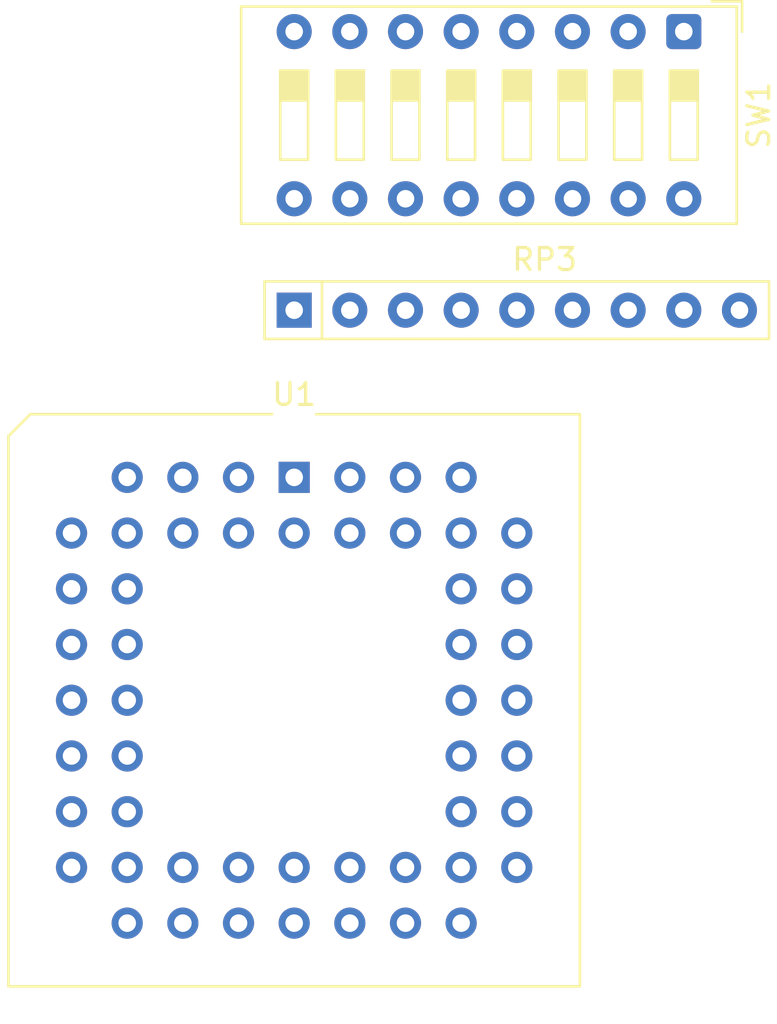
<source format=kicad_pcb>
(kicad_pcb (version 20241229) (generator "pcbnew") (generator_version "9.0")
  (layers (0 "F.Cu" signal) (2 "B.Cu" signal) (13 "F.Paste" user) (15 "B.Paste" user) (5 "F.SilkS" user "F.Silkscreen") (7 "B.SilkS" user "B.Silkscreen") (1 "F.Mask" user) (3 "B.Mask" user) (25 "Edge.Cuts" user))
  (net 0 "")
  (net 26 "/A10")
  (net 27 "/A8")
  (net 28 "/AD3")
  (net 29 "/A13")
  (net 30 "/A11")
  (net 31 "/AD6")
  (net 32 "/A9")
  (net 33 "/AD2")
  (net 34 "/AD1")
  (net 35 "/AD0")
  (net 36 "/E")
  (net 37 "/RW")
  (net 38 "/AD7")
  (net 39 "/A15")
  (net 40 "/AS")
  (net 41 "/A14")
  (net 42 "/AD5")
  (net 43 "/A12")
  (net 44 "/AD4")
  (net 45 "/PE7")
  (net 46 "/PE6")
  (net 47 "/PE5")
  (net 48 "/PE4")
  (net 49 "/PE3")
  (net 50 "/PE0")
  (net 51 "/PE2")
  (net 52 "/PE1")
  (footprint "Resistor_THT:R_Array_SIP9" (layer "F.Cu") (at 135.89 81.28)
    (property "Reference" "RP3" (at 11.43 -2.31 0) (layer "F.SilkS"))
    (property "Value" "R_Network08")
    (fp_line (start -1.35 -1.31) (end -1.35 1.31) (stroke (width 0.12)) (layer "F.SilkS"))
    (fp_line (start -1.35 1.31) (end 21.67 1.31) (stroke (width 0.12)) (layer "F.SilkS"))
    (fp_line (start 1.27 -1.31) (end 1.27 1.31) (stroke (width 0.12)) (layer "F.SilkS"))
    (fp_line (start 21.67 -1.31) (end -1.35 -1.31) (stroke (width 0.12)) (layer "F.SilkS"))
    (fp_line (start 21.67 1.31) (end 21.67 -1.31) (stroke (width 0.12)) (layer "F.SilkS"))
    (pad "1" thru_hole rect (at 0 0) (size 1.6 1.6) (drill 0.8) (layers "*.Cu" "*.Mask"))
    (pad "2" thru_hole circle (at 2.54 0) (size 1.6 1.6) (drill 0.8) (layers "*.Cu" "*.Mask"))
    (pad "3" thru_hole circle (at 5.08 0) (size 1.6 1.6) (drill 0.8) (layers "*.Cu" "*.Mask"))
    (pad "4" thru_hole circle (at 7.62 0) (size 1.6 1.6) (drill 0.8) (layers "*.Cu" "*.Mask"))
    (pad "5" thru_hole circle (at 10.16 0) (size 1.6 1.6) (drill 0.8) (layers "*.Cu" "*.Mask"))
    (pad "6" thru_hole circle (at 12.7 0) (size 1.6 1.6) (drill 0.8) (layers "*.Cu" "*.Mask"))
    (pad "7" thru_hole circle (at 15.24 0) (size 1.6 1.6) (drill 0.8) (layers "*.Cu" "*.Mask"))
    (pad "8" thru_hole circle (at 17.78 0) (size 1.6 1.6) (drill 0.8) (layers "*.Cu" "*.Mask"))
    (pad "9" thru_hole circle (at 20.32 0) (size 1.6 1.6) (drill 0.8) (layers "*.Cu" "*.Mask"))
  )
  (footprint "Button_Switch_THT:SW_DIP_SPSTx08_Slide_9.78x22.5mm_W7.62mm_P2.54mm" (layer "F.Cu") (at 153.67 68.58 -90)
    (property "Reference" "SW1" (at 3.81 -3.42 90) (layer "F.SilkS"))
    (property "Value" "SW_DIP_x08")
    (fp_line (start -1.14 20.2) (end 8.76 20.2) (stroke (width 0.12)) (layer "F.SilkS"))
    (fp_line (start 3.133333 17.145) (end 3.133333 18.415) (stroke (width 0.12)) (layer "F.SilkS"))
    (fp_line (start 3.133333 14.605) (end 3.133333 15.875) (stroke (width 0.12)) (layer "F.SilkS"))
    (fp_line (start 3.133333 12.065) (end 3.133333 13.335) (stroke (width 0.12)) (layer "F.SilkS"))
    (fp_line (start 3.133333 9.525) (end 3.133333 10.795) (stroke (width 0.12)) (layer "F.SilkS"))
    (fp_line (start 3.133333 6.985) (end 3.133333 8.255) (stroke (width 0.12)) (layer "F.SilkS"))
    (fp_line (start 3.133333 4.445) (end 3.133333 5.715) (stroke (width 0.12)) (layer "F.SilkS"))
    (fp_line (start 3.133333 1.905) (end 3.133333 3.175) (stroke (width 0.12)) (layer "F.SilkS"))
    (fp_line (start 3.133333 -0.635) (end 3.133333 0.635) (stroke (width 0.12)) (layer "F.SilkS"))
    (fp_line (start -1.14 -2.42) (end -1.14 20.2) (stroke (width 0.12)) (layer "F.SilkS"))
    (fp_line (start -1.14 -2.42) (end 8.76 -2.42) (stroke (width 0.12)) (layer "F.SilkS"))
    (fp_line (start 8.76 -2.42) (end 8.76 20.2) (stroke (width 0.12)) (layer "F.SilkS"))
    (fp_line (start -1.38 -2.66) (end -1.38 -1.277) (stroke (width 0.12)) (layer "F.SilkS"))
    (fp_line (start -1.38 -2.66) (end 0.003 -2.66) (stroke (width 0.12)) (layer "F.SilkS"))
    (fp_rect (start 1.78 17.145) (end 3.133333 18.415) (stroke (width 0.12)) (fill yes) (layer "F.SilkS"))
    (fp_rect (start 1.78 17.145) (end 5.84 18.415) (stroke (width 0.12)) (fill no) (layer "F.SilkS"))
    (fp_rect (start 1.78 14.605) (end 3.133333 15.875) (stroke (width 0.12)) (fill yes) (layer "F.SilkS"))
    (fp_rect (start 1.78 14.605) (end 5.84 15.875) (stroke (width 0.12)) (fill no) (layer "F.SilkS"))
    (fp_rect (start 1.78 12.065) (end 3.133333 13.335) (stroke (width 0.12)) (fill yes) (layer "F.SilkS"))
    (fp_rect (start 1.78 12.065) (end 5.84 13.335) (stroke (width 0.12)) (fill no) (layer "F.SilkS"))
    (fp_rect (start 1.78 9.525) (end 3.133333 10.795) (stroke (width 0.12)) (fill yes) (layer "F.SilkS"))
    (fp_rect (start 1.78 9.525) (end 5.84 10.795) (stroke (width 0.12)) (fill no) (layer "F.SilkS"))
    (fp_rect (start 1.78 6.985) (end 3.133333 8.255) (stroke (width 0.12)) (fill yes) (layer "F.SilkS"))
    (fp_rect (start 1.78 6.985) (end 5.84 8.255) (stroke (width 0.12)) (fill no) (layer "F.SilkS"))
    (fp_rect (start 1.78 4.445) (end 3.133333 5.715) (stroke (width 0.12)) (fill yes) (layer "F.SilkS"))
    (fp_rect (start 1.78 4.445) (end 5.84 5.715) (stroke (width 0.12)) (fill no) (layer "F.SilkS"))
    (fp_rect (start 1.78 1.905) (end 3.133333 3.175) (stroke (width 0.12)) (fill yes) (layer "F.SilkS"))
    (fp_rect (start 1.78 1.905) (end 5.84 3.175) (stroke (width 0.12)) (fill no) (layer "F.SilkS"))
    (fp_rect (start 1.78 -0.635) (end 3.133333 0.635) (stroke (width 0.12)) (fill yes) (layer "F.SilkS"))
    (fp_rect (start 1.78 -0.635) (end 5.84 0.635) (stroke (width 0.12)) (fill no) (layer "F.SilkS"))
    (pad "1" thru_hole roundrect (at 0 0 270) (size 1.6 1.6) (drill 0.8) (layers "*.Cu" "*.Mask") (roundrect_rratio 0.15625))
    (pad "2" thru_hole circle (at 0 2.54 270) (size 1.6 1.6) (drill 0.8) (layers "*.Cu" "*.Mask"))
    (pad "3" thru_hole circle (at 0 5.08 270) (size 1.6 1.6) (drill 0.8) (layers "*.Cu" "*.Mask"))
    (pad "4" thru_hole circle (at 0 7.62 270) (size 1.6 1.6) (drill 0.8) (layers "*.Cu" "*.Mask"))
    (pad "5" thru_hole circle (at 0 10.16 270) (size 1.6 1.6) (drill 0.8) (layers "*.Cu" "*.Mask"))
    (pad "6" thru_hole circle (at 0 12.7 270) (size 1.6 1.6) (drill 0.8) (layers "*.Cu" "*.Mask"))
    (pad "7" thru_hole circle (at 0 15.24 270) (size 1.6 1.6) (drill 0.8) (layers "*.Cu" "*.Mask"))
    (pad "8" thru_hole circle (at 0 17.78 270) (size 1.6 1.6) (drill 0.8) (layers "*.Cu" "*.Mask"))
    (pad "9" thru_hole circle (at 7.62 17.78 270) (size 1.6 1.6) (drill 0.8) (layers "*.Cu" "*.Mask"))
    (pad "10" thru_hole circle (at 7.62 15.24 270) (size 1.6 1.6) (drill 0.8) (layers "*.Cu" "*.Mask"))
    (pad "11" thru_hole circle (at 7.62 12.7 270) (size 1.6 1.6) (drill 0.8) (layers "*.Cu" "*.Mask"))
    (pad "12" thru_hole circle (at 7.62 10.16 270) (size 1.6 1.6) (drill 0.8) (layers "*.Cu" "*.Mask"))
    (pad "13" thru_hole circle (at 7.62 7.62 270) (size 1.6 1.6) (drill 0.8) (layers "*.Cu" "*.Mask"))
    (pad "14" thru_hole circle (at 7.62 5.08 270) (size 1.6 1.6) (drill 0.8) (layers "*.Cu" "*.Mask"))
    (pad "15" thru_hole circle (at 7.62 2.54 270) (size 1.6 1.6) (drill 0.8) (layers "*.Cu" "*.Mask"))
    (pad "16" thru_hole circle (at 7.62 0 270) (size 1.6 1.6) (drill 0.8) (layers "*.Cu" "*.Mask"))
  )
  (footprint "Package_LCC:PLCC-52_THT-Socket" (layer "F.Cu") (at 135.89 88.9)
    (property "Reference" "U1" (at 0 -3.78 0) (layer "F.SilkS"))
    (property "Value" "68HC11_PLCC")
    (fp_line (start -13.04 -1.88) (end -13.04 23.2) (stroke (width 0.12)) (layer "F.SilkS"))
    (fp_line (start -13.04 23.2) (end 13.04 23.2) (stroke (width 0.12)) (layer "F.SilkS"))
    (fp_line (start -12.04 -2.88) (end -13.04 -1.88) (stroke (width 0.12)) (layer "F.SilkS"))
    (fp_line (start -1 -2.88) (end -12.04 -2.88) (stroke (width 0.12)) (layer "F.SilkS"))
    (fp_line (start 13.04 -2.88) (end 1 -2.88) (stroke (width 0.12)) (layer "F.SilkS"))
    (fp_line (start 13.04 23.2) (end 13.04 -2.88) (stroke (width 0.12)) (layer "F.SilkS"))
    (pad "1" thru_hole rect (at 0 0) (size 1.4224 1.4224) (drill 0.8) (layers "*.Cu" "*.Mask"))
    (pad "2" thru_hole circle (at 0 2.54) (size 1.4224 1.4224) (drill 0.8) (layers "*.Cu" "*.Mask"))
    (pad "3" thru_hole circle (at -2.54 0) (size 1.4224 1.4224) (drill 0.8) (layers "*.Cu" "*.Mask"))
    (pad "4" thru_hole circle (at -2.54 2.54) (size 1.4224 1.4224) (drill 0.8) (layers "*.Cu" "*.Mask") (net 40 "/AS"))
    (pad "5" thru_hole circle (at -5.08 0) (size 1.4224 1.4224) (drill 0.8) (layers "*.Cu" "*.Mask") (net 36 "/E"))
    (pad "6" thru_hole circle (at -5.08 2.54) (size 1.4224 1.4224) (drill 0.8) (layers "*.Cu" "*.Mask") (net 37 "/RW"))
    (pad "7" thru_hole circle (at -7.62 0) (size 1.4224 1.4224) (drill 0.8) (layers "*.Cu" "*.Mask"))
    (pad "8" thru_hole circle (at -10.16 2.54) (size 1.4224 1.4224) (drill 0.8) (layers "*.Cu" "*.Mask"))
    (pad "9" thru_hole circle (at -7.62 2.54) (size 1.4224 1.4224) (drill 0.8) (layers "*.Cu" "*.Mask") (net 35 "/AD0"))
    (pad "10" thru_hole circle (at -10.16 5.08) (size 1.4224 1.4224) (drill 0.8) (layers "*.Cu" "*.Mask") (net 34 "/AD1"))
    (pad "11" thru_hole circle (at -7.62 5.08) (size 1.4224 1.4224) (drill 0.8) (layers "*.Cu" "*.Mask") (net 33 "/AD2"))
    (pad "12" thru_hole circle (at -10.16 7.62) (size 1.4224 1.4224) (drill 0.8) (layers "*.Cu" "*.Mask") (net 28 "/AD3"))
    (pad "13" thru_hole circle (at -7.62 7.62) (size 1.4224 1.4224) (drill 0.8) (layers "*.Cu" "*.Mask") (net 44 "/AD4"))
    (pad "14" thru_hole circle (at -10.16 10.16) (size 1.4224 1.4224) (drill 0.8) (layers "*.Cu" "*.Mask") (net 42 "/AD5"))
    (pad "15" thru_hole circle (at -7.62 10.16) (size 1.4224 1.4224) (drill 0.8) (layers "*.Cu" "*.Mask") (net 31 "/AD6"))
    (pad "16" thru_hole circle (at -10.16 12.7) (size 1.4224 1.4224) (drill 0.8) (layers "*.Cu" "*.Mask") (net 38 "/AD7"))
    (pad "17" thru_hole circle (at -7.62 12.7) (size 1.4224 1.4224) (drill 0.8) (layers "*.Cu" "*.Mask"))
    (pad "18" thru_hole circle (at -10.16 15.24) (size 1.4224 1.4224) (drill 0.8) (layers "*.Cu" "*.Mask"))
    (pad "19" thru_hole circle (at -7.62 15.24) (size 1.4224 1.4224) (drill 0.8) (layers "*.Cu" "*.Mask"))
    (pad "20" thru_hole circle (at -10.16 17.78) (size 1.4224 1.4224) (drill 0.8) (layers "*.Cu" "*.Mask"))
    (pad "21" thru_hole circle (at -7.62 20.32) (size 1.4224 1.4224) (drill 0.8) (layers "*.Cu" "*.Mask"))
    (pad "22" thru_hole circle (at -7.62 17.78) (size 1.4224 1.4224) (drill 0.8) (layers "*.Cu" "*.Mask"))
    (pad "23" thru_hole circle (at -5.08 20.32) (size 1.4224 1.4224) (drill 0.8) (layers "*.Cu" "*.Mask"))
    (pad "24" thru_hole circle (at -5.08 17.78) (size 1.4224 1.4224) (drill 0.8) (layers "*.Cu" "*.Mask"))
    (pad "25" thru_hole circle (at -2.54 20.32) (size 1.4224 1.4224) (drill 0.8) (layers "*.Cu" "*.Mask"))
    (pad "26" thru_hole circle (at -2.54 17.78) (size 1.4224 1.4224) (drill 0.8) (layers "*.Cu" "*.Mask"))
    (pad "27" thru_hole circle (at 0 20.32) (size 1.4224 1.4224) (drill 0.8) (layers "*.Cu" "*.Mask"))
    (pad "28" thru_hole circle (at 0 17.78) (size 1.4224 1.4224) (drill 0.8) (layers "*.Cu" "*.Mask"))
    (pad "29" thru_hole circle (at 2.54 20.32) (size 1.4224 1.4224) (drill 0.8) (layers "*.Cu" "*.Mask"))
    (pad "30" thru_hole circle (at 2.54 17.78) (size 1.4224 1.4224) (drill 0.8) (layers "*.Cu" "*.Mask"))
    (pad "31" thru_hole circle (at 5.08 20.32) (size 1.4224 1.4224) (drill 0.8) (layers "*.Cu" "*.Mask"))
    (pad "32" thru_hole circle (at 5.08 17.78) (size 1.4224 1.4224) (drill 0.8) (layers "*.Cu" "*.Mask"))
    (pad "33" thru_hole circle (at 7.62 20.32) (size 1.4224 1.4224) (drill 0.8) (layers "*.Cu" "*.Mask"))
    (pad "34" thru_hole circle (at 10.16 17.78) (size 1.4224 1.4224) (drill 0.8) (layers "*.Cu" "*.Mask"))
    (pad "35" thru_hole circle (at 7.62 17.78) (size 1.4224 1.4224) (drill 0.8) (layers "*.Cu" "*.Mask") (net 39 "/A15"))
    (pad "36" thru_hole circle (at 10.16 15.24) (size 1.4224 1.4224) (drill 0.8) (layers "*.Cu" "*.Mask") (net 41 "/A14"))
    (pad "37" thru_hole circle (at 7.62 15.24) (size 1.4224 1.4224) (drill 0.8) (layers "*.Cu" "*.Mask") (net 29 "/A13"))
    (pad "38" thru_hole circle (at 10.16 12.7) (size 1.4224 1.4224) (drill 0.8) (layers "*.Cu" "*.Mask") (net 43 "/A12"))
    (pad "39" thru_hole circle (at 7.62 12.7) (size 1.4224 1.4224) (drill 0.8) (layers "*.Cu" "*.Mask") (net 30 "/A11"))
    (pad "40" thru_hole circle (at 10.16 10.16) (size 1.4224 1.4224) (drill 0.8) (layers "*.Cu" "*.Mask") (net 26 "/A10"))
    (pad "41" thru_hole circle (at 7.62 10.16) (size 1.4224 1.4224) (drill 0.8) (layers "*.Cu" "*.Mask") (net 32 "/A9"))
    (pad "42" thru_hole circle (at 10.16 7.62) (size 1.4224 1.4224) (drill 0.8) (layers "*.Cu" "*.Mask") (net 27 "/A8"))
    (pad "43" thru_hole circle (at 7.62 7.62) (size 1.4224 1.4224) (drill 0.8) (layers "*.Cu" "*.Mask") (net 50 "/PE0"))
    (pad "44" thru_hole circle (at 10.16 5.08) (size 1.4224 1.4224) (drill 0.8) (layers "*.Cu" "*.Mask") (net 48 "/PE4"))
    (pad "45" thru_hole circle (at 7.62 5.08) (size 1.4224 1.4224) (drill 0.8) (layers "*.Cu" "*.Mask") (net 52 "/PE1"))
    (pad "46" thru_hole circle (at 10.16 2.54) (size 1.4224 1.4224) (drill 0.8) (layers "*.Cu" "*.Mask") (net 47 "/PE5"))
    (pad "47" thru_hole circle (at 7.62 0) (size 1.4224 1.4224) (drill 0.8) (layers "*.Cu" "*.Mask") (net 51 "/PE2"))
    (pad "48" thru_hole circle (at 7.62 2.54) (size 1.4224 1.4224) (drill 0.8) (layers "*.Cu" "*.Mask") (net 46 "/PE6"))
    (pad "49" thru_hole circle (at 5.08 0) (size 1.4224 1.4224) (drill 0.8) (layers "*.Cu" "*.Mask") (net 49 "/PE3"))
    (pad "50" thru_hole circle (at 5.08 2.54) (size 1.4224 1.4224) (drill 0.8) (layers "*.Cu" "*.Mask") (net 45 "/PE7"))
    (pad "51" thru_hole circle (at 2.54 0) (size 1.4224 1.4224) (drill 0.8) (layers "*.Cu" "*.Mask"))
    (pad "52" thru_hole circle (at 2.54 2.54) (size 1.4224 1.4224) (drill 0.8) (layers "*.Cu" "*.Mask"))
  )
)
</source>
